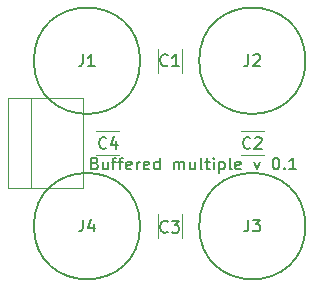
<source format=gbr>
G04 #@! TF.GenerationSoftware,KiCad,Pcbnew,6.0.2+dfsg-1*
G04 #@! TF.CreationDate,2022-10-10T23:20:55+02:00*
G04 #@! TF.ProjectId,buffered_multiple,62756666-6572-4656-945f-6d756c746970,rev?*
G04 #@! TF.SameCoordinates,Original*
G04 #@! TF.FileFunction,Legend,Top*
G04 #@! TF.FilePolarity,Positive*
%FSLAX46Y46*%
G04 Gerber Fmt 4.6, Leading zero omitted, Abs format (unit mm)*
G04 Created by KiCad (PCBNEW 6.0.2+dfsg-1) date 2022-10-10 23:20:55*
%MOMM*%
%LPD*%
G01*
G04 APERTURE LIST*
%ADD10C,0.150000*%
%ADD11C,0.120000*%
G04 APERTURE END LIST*
D10*
X196166666Y-114178571D02*
X196309523Y-114226190D01*
X196357142Y-114273809D01*
X196404761Y-114369047D01*
X196404761Y-114511904D01*
X196357142Y-114607142D01*
X196309523Y-114654761D01*
X196214285Y-114702380D01*
X195833333Y-114702380D01*
X195833333Y-113702380D01*
X196166666Y-113702380D01*
X196261904Y-113750000D01*
X196309523Y-113797619D01*
X196357142Y-113892857D01*
X196357142Y-113988095D01*
X196309523Y-114083333D01*
X196261904Y-114130952D01*
X196166666Y-114178571D01*
X195833333Y-114178571D01*
X197261904Y-114035714D02*
X197261904Y-114702380D01*
X196833333Y-114035714D02*
X196833333Y-114559523D01*
X196880952Y-114654761D01*
X196976190Y-114702380D01*
X197119047Y-114702380D01*
X197214285Y-114654761D01*
X197261904Y-114607142D01*
X197595238Y-114035714D02*
X197976190Y-114035714D01*
X197738095Y-114702380D02*
X197738095Y-113845238D01*
X197785714Y-113750000D01*
X197880952Y-113702380D01*
X197976190Y-113702380D01*
X198166666Y-114035714D02*
X198547619Y-114035714D01*
X198309523Y-114702380D02*
X198309523Y-113845238D01*
X198357142Y-113750000D01*
X198452380Y-113702380D01*
X198547619Y-113702380D01*
X199261904Y-114654761D02*
X199166666Y-114702380D01*
X198976190Y-114702380D01*
X198880952Y-114654761D01*
X198833333Y-114559523D01*
X198833333Y-114178571D01*
X198880952Y-114083333D01*
X198976190Y-114035714D01*
X199166666Y-114035714D01*
X199261904Y-114083333D01*
X199309523Y-114178571D01*
X199309523Y-114273809D01*
X198833333Y-114369047D01*
X199738095Y-114702380D02*
X199738095Y-114035714D01*
X199738095Y-114226190D02*
X199785714Y-114130952D01*
X199833333Y-114083333D01*
X199928571Y-114035714D01*
X200023809Y-114035714D01*
X200738095Y-114654761D02*
X200642857Y-114702380D01*
X200452380Y-114702380D01*
X200357142Y-114654761D01*
X200309523Y-114559523D01*
X200309523Y-114178571D01*
X200357142Y-114083333D01*
X200452380Y-114035714D01*
X200642857Y-114035714D01*
X200738095Y-114083333D01*
X200785714Y-114178571D01*
X200785714Y-114273809D01*
X200309523Y-114369047D01*
X201642857Y-114702380D02*
X201642857Y-113702380D01*
X201642857Y-114654761D02*
X201547619Y-114702380D01*
X201357142Y-114702380D01*
X201261904Y-114654761D01*
X201214285Y-114607142D01*
X201166666Y-114511904D01*
X201166666Y-114226190D01*
X201214285Y-114130952D01*
X201261904Y-114083333D01*
X201357142Y-114035714D01*
X201547619Y-114035714D01*
X201642857Y-114083333D01*
X202880952Y-114702380D02*
X202880952Y-114035714D01*
X202880952Y-114130952D02*
X202928571Y-114083333D01*
X203023809Y-114035714D01*
X203166666Y-114035714D01*
X203261904Y-114083333D01*
X203309523Y-114178571D01*
X203309523Y-114702380D01*
X203309523Y-114178571D02*
X203357142Y-114083333D01*
X203452380Y-114035714D01*
X203595238Y-114035714D01*
X203690476Y-114083333D01*
X203738095Y-114178571D01*
X203738095Y-114702380D01*
X204642857Y-114035714D02*
X204642857Y-114702380D01*
X204214285Y-114035714D02*
X204214285Y-114559523D01*
X204261904Y-114654761D01*
X204357142Y-114702380D01*
X204500000Y-114702380D01*
X204595238Y-114654761D01*
X204642857Y-114607142D01*
X205261904Y-114702380D02*
X205166666Y-114654761D01*
X205119047Y-114559523D01*
X205119047Y-113702380D01*
X205500000Y-114035714D02*
X205880952Y-114035714D01*
X205642857Y-113702380D02*
X205642857Y-114559523D01*
X205690476Y-114654761D01*
X205785714Y-114702380D01*
X205880952Y-114702380D01*
X206214285Y-114702380D02*
X206214285Y-114035714D01*
X206214285Y-113702380D02*
X206166666Y-113750000D01*
X206214285Y-113797619D01*
X206261904Y-113750000D01*
X206214285Y-113702380D01*
X206214285Y-113797619D01*
X206690476Y-114035714D02*
X206690476Y-115035714D01*
X206690476Y-114083333D02*
X206785714Y-114035714D01*
X206976190Y-114035714D01*
X207071428Y-114083333D01*
X207119047Y-114130952D01*
X207166666Y-114226190D01*
X207166666Y-114511904D01*
X207119047Y-114607142D01*
X207071428Y-114654761D01*
X206976190Y-114702380D01*
X206785714Y-114702380D01*
X206690476Y-114654761D01*
X207738095Y-114702380D02*
X207642857Y-114654761D01*
X207595238Y-114559523D01*
X207595238Y-113702380D01*
X208500000Y-114654761D02*
X208404761Y-114702380D01*
X208214285Y-114702380D01*
X208119047Y-114654761D01*
X208071428Y-114559523D01*
X208071428Y-114178571D01*
X208119047Y-114083333D01*
X208214285Y-114035714D01*
X208404761Y-114035714D01*
X208500000Y-114083333D01*
X208547619Y-114178571D01*
X208547619Y-114273809D01*
X208071428Y-114369047D01*
X209642857Y-114035714D02*
X209880952Y-114702380D01*
X210119047Y-114035714D01*
X211452380Y-113702380D02*
X211547619Y-113702380D01*
X211642857Y-113750000D01*
X211690476Y-113797619D01*
X211738095Y-113892857D01*
X211785714Y-114083333D01*
X211785714Y-114321428D01*
X211738095Y-114511904D01*
X211690476Y-114607142D01*
X211642857Y-114654761D01*
X211547619Y-114702380D01*
X211452380Y-114702380D01*
X211357142Y-114654761D01*
X211309523Y-114607142D01*
X211261904Y-114511904D01*
X211214285Y-114321428D01*
X211214285Y-114083333D01*
X211261904Y-113892857D01*
X211309523Y-113797619D01*
X211357142Y-113750000D01*
X211452380Y-113702380D01*
X212214285Y-114607142D02*
X212261904Y-114654761D01*
X212214285Y-114702380D01*
X212166666Y-114654761D01*
X212214285Y-114607142D01*
X212214285Y-114702380D01*
X213214285Y-114702380D02*
X212642857Y-114702380D01*
X212928571Y-114702380D02*
X212928571Y-113702380D01*
X212833333Y-113845238D01*
X212738095Y-113940476D01*
X212642857Y-113988095D01*
X202333333Y-105857142D02*
X202285714Y-105904761D01*
X202142857Y-105952380D01*
X202047619Y-105952380D01*
X201904761Y-105904761D01*
X201809523Y-105809523D01*
X201761904Y-105714285D01*
X201714285Y-105523809D01*
X201714285Y-105380952D01*
X201761904Y-105190476D01*
X201809523Y-105095238D01*
X201904761Y-105000000D01*
X202047619Y-104952380D01*
X202142857Y-104952380D01*
X202285714Y-105000000D01*
X202333333Y-105047619D01*
X203285714Y-105952380D02*
X202714285Y-105952380D01*
X203000000Y-105952380D02*
X203000000Y-104952380D01*
X202904761Y-105095238D01*
X202809523Y-105190476D01*
X202714285Y-105238095D01*
X209333333Y-112857142D02*
X209285714Y-112904761D01*
X209142857Y-112952380D01*
X209047619Y-112952380D01*
X208904761Y-112904761D01*
X208809523Y-112809523D01*
X208761904Y-112714285D01*
X208714285Y-112523809D01*
X208714285Y-112380952D01*
X208761904Y-112190476D01*
X208809523Y-112095238D01*
X208904761Y-112000000D01*
X209047619Y-111952380D01*
X209142857Y-111952380D01*
X209285714Y-112000000D01*
X209333333Y-112047619D01*
X209714285Y-112047619D02*
X209761904Y-112000000D01*
X209857142Y-111952380D01*
X210095238Y-111952380D01*
X210190476Y-112000000D01*
X210238095Y-112047619D01*
X210285714Y-112142857D01*
X210285714Y-112238095D01*
X210238095Y-112380952D01*
X209666666Y-112952380D01*
X210285714Y-112952380D01*
X195166666Y-104952380D02*
X195166666Y-105666666D01*
X195119047Y-105809523D01*
X195023809Y-105904761D01*
X194880952Y-105952380D01*
X194785714Y-105952380D01*
X196166666Y-105952380D02*
X195595238Y-105952380D01*
X195880952Y-105952380D02*
X195880952Y-104952380D01*
X195785714Y-105095238D01*
X195690476Y-105190476D01*
X195595238Y-105238095D01*
X209166666Y-104952380D02*
X209166666Y-105666666D01*
X209119047Y-105809523D01*
X209023809Y-105904761D01*
X208880952Y-105952380D01*
X208785714Y-105952380D01*
X209595238Y-105047619D02*
X209642857Y-105000000D01*
X209738095Y-104952380D01*
X209976190Y-104952380D01*
X210071428Y-105000000D01*
X210119047Y-105047619D01*
X210166666Y-105142857D01*
X210166666Y-105238095D01*
X210119047Y-105380952D01*
X209547619Y-105952380D01*
X210166666Y-105952380D01*
X209166666Y-118952380D02*
X209166666Y-119666666D01*
X209119047Y-119809523D01*
X209023809Y-119904761D01*
X208880952Y-119952380D01*
X208785714Y-119952380D01*
X209547619Y-118952380D02*
X210166666Y-118952380D01*
X209833333Y-119333333D01*
X209976190Y-119333333D01*
X210071428Y-119380952D01*
X210119047Y-119428571D01*
X210166666Y-119523809D01*
X210166666Y-119761904D01*
X210119047Y-119857142D01*
X210071428Y-119904761D01*
X209976190Y-119952380D01*
X209690476Y-119952380D01*
X209595238Y-119904761D01*
X209547619Y-119857142D01*
X195166666Y-118952380D02*
X195166666Y-119666666D01*
X195119047Y-119809523D01*
X195023809Y-119904761D01*
X194880952Y-119952380D01*
X194785714Y-119952380D01*
X196071428Y-119285714D02*
X196071428Y-119952380D01*
X195833333Y-118904761D02*
X195595238Y-119619047D01*
X196214285Y-119619047D01*
X202333333Y-119957142D02*
X202285714Y-120004761D01*
X202142857Y-120052380D01*
X202047619Y-120052380D01*
X201904761Y-120004761D01*
X201809523Y-119909523D01*
X201761904Y-119814285D01*
X201714285Y-119623809D01*
X201714285Y-119480952D01*
X201761904Y-119290476D01*
X201809523Y-119195238D01*
X201904761Y-119100000D01*
X202047619Y-119052380D01*
X202142857Y-119052380D01*
X202285714Y-119100000D01*
X202333333Y-119147619D01*
X202666666Y-119052380D02*
X203285714Y-119052380D01*
X202952380Y-119433333D01*
X203095238Y-119433333D01*
X203190476Y-119480952D01*
X203238095Y-119528571D01*
X203285714Y-119623809D01*
X203285714Y-119861904D01*
X203238095Y-119957142D01*
X203190476Y-120004761D01*
X203095238Y-120052380D01*
X202809523Y-120052380D01*
X202714285Y-120004761D01*
X202666666Y-119957142D01*
X197133333Y-112857142D02*
X197085714Y-112904761D01*
X196942857Y-112952380D01*
X196847619Y-112952380D01*
X196704761Y-112904761D01*
X196609523Y-112809523D01*
X196561904Y-112714285D01*
X196514285Y-112523809D01*
X196514285Y-112380952D01*
X196561904Y-112190476D01*
X196609523Y-112095238D01*
X196704761Y-112000000D01*
X196847619Y-111952380D01*
X196942857Y-111952380D01*
X197085714Y-112000000D01*
X197133333Y-112047619D01*
X197990476Y-112285714D02*
X197990476Y-112952380D01*
X197752380Y-111904761D02*
X197514285Y-112619047D01*
X198133333Y-112619047D01*
D11*
X188830000Y-108690000D02*
X195170000Y-108690000D01*
X188830000Y-116310000D02*
X195170000Y-116310000D01*
X188830000Y-116310000D02*
X188830000Y-108690000D01*
X195170000Y-108690000D02*
X195170000Y-116310000D01*
X190730000Y-108690000D02*
X190730000Y-116310000D01*
X201480000Y-104500000D02*
X201480000Y-106500000D01*
X203520000Y-106500000D02*
X203520000Y-104500000D01*
X210500000Y-111480000D02*
X208500000Y-111480000D01*
X208500000Y-113520000D02*
X210500000Y-113520000D01*
D10*
X200000000Y-105500000D02*
G75*
G03*
X200000000Y-105500000I-4500000J0D01*
G01*
X214000000Y-105500000D02*
G75*
G03*
X214000000Y-105500000I-4500000J0D01*
G01*
X214000000Y-119500000D02*
G75*
G03*
X214000000Y-119500000I-4500000J0D01*
G01*
X200000000Y-119500000D02*
G75*
G03*
X200000000Y-119500000I-4500000J0D01*
G01*
D11*
X201480000Y-118500000D02*
X201480000Y-120500000D01*
X203520000Y-120500000D02*
X203520000Y-118500000D01*
X196250000Y-113520000D02*
X198250000Y-113520000D01*
X198250000Y-111480000D02*
X196250000Y-111480000D01*
M02*

</source>
